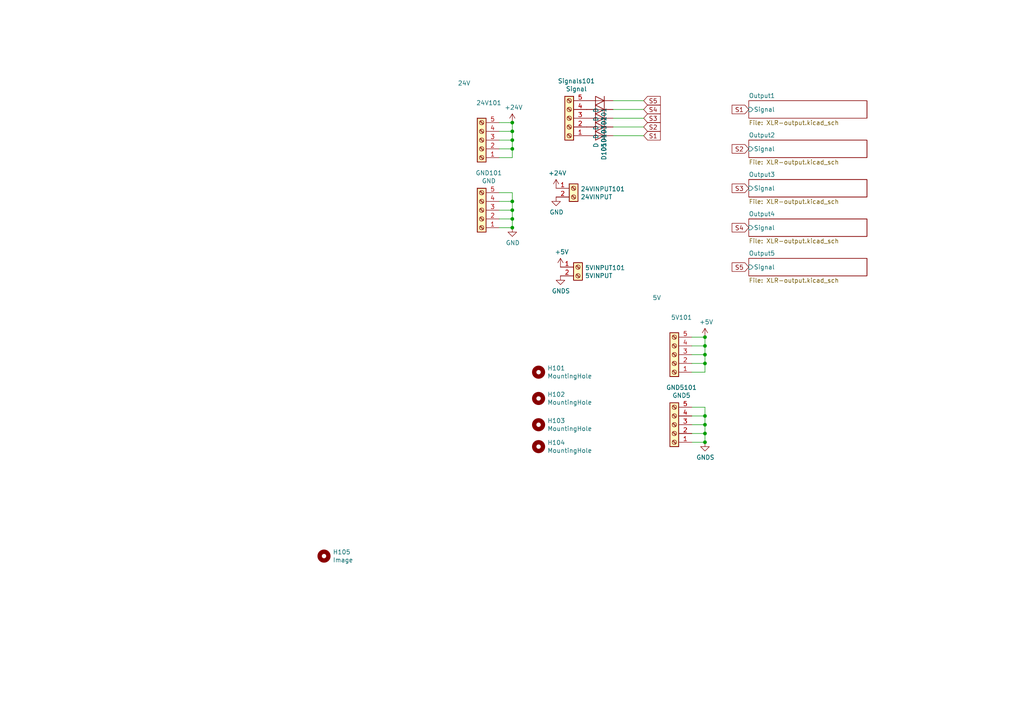
<source format=kicad_sch>
(kicad_sch (version 20210621) (generator eeschema)
  (paper "A4")
  (lib_symbols
    (symbol "Connector:Screw_Terminal_01x02" (pin_names (offset 1.016) hide)
      (property "Reference" "J" (at 0 2.54 0))
      (property "Value" "Screw_Terminal_01x02" (at 0 -5.08 0))
      (symbol "Screw_Terminal_01x02_1_1"
        (rectangle (start -1.27 1.27) (end 1.27 -3.81) (stroke (width 0.254)) (fill (type background)))
        (circle (center 0 -2.54) (radius 0.635) (stroke (width 0.1524)) (stroke (width 0.1524)))
        (polyline (pts (xy -0.5334 -2.2098) (xy 0.3302 -3.048)) (stroke (width 0.1524)))
        (polyline (pts (xy -0.5334 0.3302) (xy 0.3302 -0.508)) (stroke (width 0.1524)))
        (polyline (pts (xy -0.3556 -2.032) (xy 0.508 -2.8702)) (stroke (width 0.1524)))
        (polyline (pts (xy -0.3556 0.508) (xy 0.508 -0.3302)) (stroke (width 0.1524)))
        (circle (center 0 0) (radius 0.635) (stroke (width 0.1524)) (stroke (width 0.1524)))
        (pin passive line (at -5.08 0 0) (length 3.81) (name "Pin_1") (number "1"))
        (pin passive line (at -5.08 -2.54 0) (length 3.81) (name "Pin_2") (number "2"))
      )
    )
    (symbol "Connector:Screw_Terminal_01x05" (pin_names (offset 1.016) hide)
      (property "Reference" "J" (at 0 7.62 0))
      (property "Value" "Screw_Terminal_01x05" (at 0 -7.62 0))
      (symbol "Screw_Terminal_01x05_1_1"
        (rectangle (start -1.27 6.35) (end 1.27 -6.35) (stroke (width 0.254)) (fill (type background)))
        (circle (center 0 -5.08) (radius 0.635) (stroke (width 0.1524)) (stroke (width 0.1524)))
        (circle (center 0 -2.54) (radius 0.635) (stroke (width 0.1524)) (stroke (width 0.1524)))
        (polyline (pts (xy -0.5334 -4.7498) (xy 0.3302 -5.588)) (stroke (width 0.1524)))
        (polyline (pts (xy -0.5334 -2.2098) (xy 0.3302 -3.048)) (stroke (width 0.1524)))
        (polyline (pts (xy -0.5334 0.3302) (xy 0.3302 -0.508)) (stroke (width 0.1524)))
        (polyline (pts (xy -0.5334 2.8702) (xy 0.3302 2.032)) (stroke (width 0.1524)))
        (polyline (pts (xy -0.5334 5.4102) (xy 0.3302 4.572)) (stroke (width 0.1524)))
        (polyline (pts (xy -0.3556 -4.572) (xy 0.508 -5.4102)) (stroke (width 0.1524)))
        (polyline (pts (xy -0.3556 -2.032) (xy 0.508 -2.8702)) (stroke (width 0.1524)))
        (polyline (pts (xy -0.3556 0.508) (xy 0.508 -0.3302)) (stroke (width 0.1524)))
        (polyline (pts (xy -0.3556 3.048) (xy 0.508 2.2098)) (stroke (width 0.1524)))
        (polyline (pts (xy -0.3556 5.588) (xy 0.508 4.7498)) (stroke (width 0.1524)))
        (circle (center 0 0) (radius 0.635) (stroke (width 0.1524)) (stroke (width 0.1524)))
        (circle (center 0 2.54) (radius 0.635) (stroke (width 0.1524)) (stroke (width 0.1524)))
        (circle (center 0 5.08) (radius 0.635) (stroke (width 0.1524)) (stroke (width 0.1524)))
        (pin passive line (at -5.08 5.08 0) (length 3.81) (name "Pin_1") (number "1"))
        (pin passive line (at -5.08 2.54 0) (length 3.81) (name "Pin_2") (number "2"))
        (pin passive line (at -5.08 0 0) (length 3.81) (name "Pin_3") (number "3"))
        (pin passive line (at -5.08 -2.54 0) (length 3.81) (name "Pin_4") (number "4"))
        (pin passive line (at -5.08 -5.08 0) (length 3.81) (name "Pin_5") (number "5"))
      )
    )
    (symbol "Device:D" (pin_numbers hide) (pin_names (offset 1.016) hide)
      (property "Reference" "D" (at 0 2.54 0))
      (property "Value" "D" (at 0 -2.54 0))
      (symbol "D_0_1"
        (polyline (pts (xy -1.27 1.27) (xy -1.27 -1.27)) (stroke (width 0.2032)))
        (polyline (pts (xy 1.27 0) (xy -1.27 0)))
        (polyline (pts (xy 1.27 1.27) (xy 1.27 -1.27) (xy -1.27 0) (xy 1.27 1.27)) (stroke (width 0.2032)))
      )
      (symbol "D_1_1"
        (pin passive line (at -3.81 0 0) (length 2.54) (name "K") (number "1"))
        (pin passive line (at 3.81 0 180) (length 2.54) (name "A") (number "2"))
      )
    )
    (symbol "Mechanical:MountingHole" (pin_names (offset 1.016))
      (property "Reference" "H" (at 0 5.08 0))
      (property "Value" "MountingHole" (at 0 3.175 0))
      (symbol "MountingHole_0_1"
        (circle (center 0 0) (radius 1.27) (stroke (width 1.27)) (stroke (width 1.27)))
      )
    )
    (symbol "power:+24V" (power) (pin_names (offset 0))
      (property "Value" "+24V" (at 0 3.556 0))
      (symbol "+24V_0_1"
        (polyline (pts (xy -0.762 1.27) (xy 0 2.54)))
        (polyline (pts (xy 0 0) (xy 0 2.54)))
        (polyline (pts (xy 0 2.54) (xy 0.762 1.27)))
      )
      (symbol "+24V_1_1"
        (pin power_in line (at 0 0 90) (length 0) hide (name "+24V") (number "1"))
      )
    )
    (symbol "power:+5V" (power) (pin_names (offset 0))
      (property "Value" "+5V" (at 0 3.556 0))
      (symbol "+5V_0_1"
        (polyline (pts (xy -0.762 1.27) (xy 0 2.54)))
        (polyline (pts (xy 0 0) (xy 0 2.54)))
        (polyline (pts (xy 0 2.54) (xy 0.762 1.27)))
      )
      (symbol "+5V_1_1"
        (pin power_in line (at 0 0 90) (length 0) hide (name "+5V") (number "1"))
      )
    )
    (symbol "power:GND" (power) (pin_names (offset 0))
      (property "Value" "GND" (at 0 -3.81 0))
      (symbol "GND_0_1"
        (polyline (pts (xy 0 0) (xy 0 -1.27) (xy 1.27 -1.27) (xy 0 -2.54) (xy -1.27 -1.27) (xy 0 -1.27)))
      )
      (symbol "GND_1_1"
        (pin power_in line (at 0 0 270) (length 0) hide (name "GND") (number "1"))
      )
    )
    (symbol "power:GNDS" (power) (pin_names (offset 0))
      (property "Value" "GNDS" (at 0 -3.81 0))
      (symbol "GNDS_0_1"
        (polyline (pts (xy 0 0) (xy 0 -1.27) (xy 1.27 -1.27) (xy 0 -2.54) (xy -1.27 -1.27) (xy 0 -1.27)))
      )
      (symbol "GNDS_1_1"
        (pin power_in line (at 0 0 270) (length 0) hide (name "GNDS") (number "1"))
      )
    )
  )
  (junction (at 148.59 35.56))
  (junction (at 148.59 38.1))
  (junction (at 148.59 40.64))
  (junction (at 148.59 43.18))
  (junction (at 148.59 58.42))
  (junction (at 148.59 60.96))
  (junction (at 148.59 63.5))
  (junction (at 148.59 66.04))
  (junction (at 204.47 97.79))
  (junction (at 204.47 100.33))
  (junction (at 204.47 102.87))
  (junction (at 204.47 105.41))
  (junction (at 204.47 120.65))
  (junction (at 204.47 123.19))
  (junction (at 204.47 125.73))
  (junction (at 204.47 128.27))
  (wire (pts (xy 144.78 35.56) (xy 148.59 35.56)))
  (wire (pts (xy 144.78 38.1) (xy 148.59 38.1)))
  (wire (pts (xy 144.78 40.64) (xy 148.59 40.64)))
  (wire (pts (xy 144.78 43.18) (xy 148.59 43.18)))
  (wire (pts (xy 144.78 45.72) (xy 148.59 45.72)))
  (wire (pts (xy 144.78 58.42) (xy 148.59 58.42)))
  (wire (pts (xy 144.78 60.96) (xy 148.59 60.96)))
  (wire (pts (xy 144.78 63.5) (xy 148.59 63.5)))
  (wire (pts (xy 144.78 66.04) (xy 148.59 66.04)))
  (wire (pts (xy 148.59 38.1) (xy 148.59 35.56)))
  (wire (pts (xy 148.59 40.64) (xy 148.59 38.1)))
  (wire (pts (xy 148.59 43.18) (xy 148.59 40.64)))
  (wire (pts (xy 148.59 45.72) (xy 148.59 43.18)))
  (wire (pts (xy 148.59 55.88) (xy 144.78 55.88)))
  (wire (pts (xy 148.59 58.42) (xy 148.59 55.88)))
  (wire (pts (xy 148.59 60.96) (xy 148.59 58.42)))
  (wire (pts (xy 148.59 63.5) (xy 148.59 60.96)))
  (wire (pts (xy 148.59 66.04) (xy 148.59 63.5)))
  (wire (pts (xy 177.8 29.21) (xy 186.69 29.21)))
  (wire (pts (xy 177.8 31.75) (xy 186.69 31.75)))
  (wire (pts (xy 177.8 34.29) (xy 186.69 34.29)))
  (wire (pts (xy 177.8 36.83) (xy 186.69 36.83)))
  (wire (pts (xy 177.8 39.37) (xy 186.69 39.37)))
  (wire (pts (xy 200.66 97.79) (xy 204.47 97.79)))
  (wire (pts (xy 200.66 100.33) (xy 204.47 100.33)))
  (wire (pts (xy 200.66 102.87) (xy 204.47 102.87)))
  (wire (pts (xy 200.66 105.41) (xy 204.47 105.41)))
  (wire (pts (xy 200.66 107.95) (xy 204.47 107.95)))
  (wire (pts (xy 200.66 120.65) (xy 204.47 120.65)))
  (wire (pts (xy 200.66 123.19) (xy 204.47 123.19)))
  (wire (pts (xy 200.66 125.73) (xy 204.47 125.73)))
  (wire (pts (xy 200.66 128.27) (xy 204.47 128.27)))
  (wire (pts (xy 204.47 100.33) (xy 204.47 97.79)))
  (wire (pts (xy 204.47 102.87) (xy 204.47 100.33)))
  (wire (pts (xy 204.47 105.41) (xy 204.47 102.87)))
  (wire (pts (xy 204.47 107.95) (xy 204.47 105.41)))
  (wire (pts (xy 204.47 118.11) (xy 200.66 118.11)))
  (wire (pts (xy 204.47 120.65) (xy 204.47 118.11)))
  (wire (pts (xy 204.47 123.19) (xy 204.47 120.65)))
  (wire (pts (xy 204.47 125.73) (xy 204.47 123.19)))
  (wire (pts (xy 204.47 128.27) (xy 204.47 125.73)))
  (global_label "S5" (shape input) (at 186.69 29.21 0) (property "Intersheet References" "${INTERSHEET_REFS}" (effects hide)))
  (global_label "S4" (shape input) (at 186.69 31.75 0) (property "Intersheet References" "${INTERSHEET_REFS}" (effects hide)))
  (global_label "S3" (shape input) (at 186.69 34.29 0) (property "Intersheet References" "${INTERSHEET_REFS}" (effects hide)))
  (global_label "S2" (shape input) (at 186.69 36.83 0) (property "Intersheet References" "${INTERSHEET_REFS}" (effects hide)))
  (global_label "S1" (shape input) (at 186.69 39.37 0) (property "Intersheet References" "${INTERSHEET_REFS}" (effects hide)))
  (global_label "S1" (shape input) (at 217.17 31.75 180) (property "Intersheet References" "${INTERSHEET_REFS}" (effects hide)))
  (global_label "S2" (shape input) (at 217.17 43.18 180) (property "Intersheet References" "${INTERSHEET_REFS}" (effects hide)))
  (global_label "S3" (shape input) (at 217.17 54.61 180) (property "Intersheet References" "${INTERSHEET_REFS}" (effects hide)))
  (global_label "S4" (shape input) (at 217.17 66.04 180) (property "Intersheet References" "${INTERSHEET_REFS}" (effects hide)))
  (global_label "S5" (shape input) (at 217.17 77.47 180) (property "Intersheet References" "${INTERSHEET_REFS}" (effects hide)))
  (symbol (lib_id "power:+24V") (at 148.59 35.56 0)
    (property "Reference" "#PWR0106" (effects hide))
    (property "Value" "+24V" (at 148.971 31.1658 0))
  )
  (symbol (lib_id "power:+24V") (at 161.29 54.61 0)
    (property "Reference" "#PWR0102" (effects hide))
    (property "Value" "+24V" (at 161.671 50.2158 0))
  )
  (symbol (lib_id "power:+5V") (at 162.56 77.47 0)
    (property "Reference" "#PWR0104" (effects hide))
    (property "Value" "+5V" (at 162.941 73.0758 0))
  )
  (symbol (lib_id "power:+5V") (at 204.47 97.79 0)
    (property "Reference" "#PWR0107" (effects hide))
    (property "Value" "+5V" (at 204.851 93.3958 0))
  )
  (symbol (lib_id "power:GND") (at 148.59 66.04 0)
    (property "Reference" "#PWR0105" (effects hide))
    (property "Value" "GND" (at 148.717 70.4342 0))
  )
  (symbol (lib_id "power:GND") (at 161.29 57.15 0)
    (property "Reference" "#PWR0101" (effects hide))
    (property "Value" "GND" (at 161.417 61.5442 0))
  )
  (symbol (lib_id "power:GNDS") (at 162.56 80.01 0)
    (property "Reference" "#PWR0103" (effects hide))
    (property "Value" "GNDS" (at 162.687 84.4042 0))
  )
  (symbol (lib_id "power:GNDS") (at 204.47 128.27 0)
    (property "Reference" "#PWR0108" (effects hide))
    (property "Value" "GNDS" (at 204.597 132.6642 0))
  )
  (symbol (lib_id "Mechanical:MountingHole") (at 93.98 161.29 0) (unit 1)
    (property "Reference" "H105" (at 96.52 160.1216 0) (effects (justify left)))
    (property "Value" "Image" (at 96.52 162.433 0) (effects (justify left)))
    (property "Footprint" "images:globe" (effects hide))
  )
  (symbol (lib_id "Mechanical:MountingHole") (at 156.21 107.95 0) (unit 1)
    (property "Reference" "H101" (at 158.75 106.7816 0) (effects (justify left)))
    (property "Value" "MountingHole" (at 158.75 109.093 0) (effects (justify left)))
    (property "Footprint" "MountingHole:MountingHole_4.3mm_M4_DIN965_Pad" (effects hide))
  )
  (symbol (lib_id "Mechanical:MountingHole") (at 156.21 115.57 0) (unit 1)
    (property "Reference" "H102" (at 158.75 114.4016 0) (effects (justify left)))
    (property "Value" "MountingHole" (at 158.75 116.713 0) (effects (justify left)))
    (property "Footprint" "MountingHole:MountingHole_4.3mm_M4_DIN965_Pad" (effects hide))
  )
  (symbol (lib_id "Mechanical:MountingHole") (at 156.21 123.19 0) (unit 1)
    (property "Reference" "H103" (at 158.75 122.0216 0) (effects (justify left)))
    (property "Value" "MountingHole" (at 158.75 124.333 0) (effects (justify left)))
    (property "Footprint" "MountingHole:MountingHole_4.3mm_M4_DIN965_Pad" (effects hide))
  )
  (symbol (lib_id "Mechanical:MountingHole") (at 156.21 129.54 0) (unit 1)
    (property "Reference" "H104" (at 158.75 128.3716 0) (effects (justify left)))
    (property "Value" "MountingHole" (at 158.75 130.683 0) (effects (justify left)))
    (property "Footprint" "MountingHole:MountingHole_4.3mm_M4_DIN965_Pad" (effects hide))
  )
  (symbol (lib_id "Device:D") (at 173.99 29.21 180) (unit 1)
    (property "Reference" "D101" (at 175.1584 31.2166 90) (effects (justify left)))
    (property "Value" "D" (at 172.847 31.2166 90) (effects (justify left)))
    (property "Footprint" "Diode_THT:D_DO-15_P10.16mm_Horizontal" (effects hide))
    (property "MFGR" "LittelFuse" (effects hide))
    (property "MPN" "SA5.0A" (effects hide))
  )
  (symbol (lib_id "Device:D") (at 173.99 31.75 180) (unit 1)
    (property "Reference" "D102" (at 175.1584 33.7566 90) (effects (justify left)))
    (property "Value" "D" (at 172.847 33.7566 90) (effects (justify left)))
    (property "Footprint" "Diode_THT:D_DO-15_P10.16mm_Horizontal" (effects hide))
    (property "MFGR" "LittelFuse" (effects hide))
    (property "MPN" "SA5.0A" (effects hide))
  )
  (symbol (lib_id "Device:D") (at 173.99 34.29 180) (unit 1)
    (property "Reference" "D103" (at 175.1584 36.2966 90) (effects (justify left)))
    (property "Value" "D" (at 172.847 36.2966 90) (effects (justify left)))
    (property "Footprint" "Diode_THT:D_DO-15_P10.16mm_Horizontal" (effects hide))
    (property "MFGR" "LittelFuse" (effects hide))
    (property "MPN" "SA5.0A" (effects hide))
  )
  (symbol (lib_id "Device:D") (at 173.99 36.83 180) (unit 1)
    (property "Reference" "D104" (at 175.1584 38.8366 90) (effects (justify left)))
    (property "Value" "D" (at 172.847 38.8366 90) (effects (justify left)))
    (property "Footprint" "Diode_THT:D_DO-15_P10.16mm_Horizontal" (effects hide))
    (property "MFGR" "LittelFuse" (effects hide))
    (property "MPN" "SA5.0A" (effects hide))
  )
  (symbol (lib_id "Device:D") (at 173.99 39.37 180) (unit 1)
    (property "Reference" "D105" (at 175.1584 41.3766 90) (effects (justify left)))
    (property "Value" "D" (at 172.847 41.3766 90) (effects (justify left)))
    (property "Footprint" "Diode_THT:D_DO-15_P10.16mm_Horizontal" (effects hide))
    (property "MFGR" "LittelFuse" (effects hide))
    (property "MPN" "SA5.0A" (effects hide))
  )
  (symbol (lib_id "Connector:Screw_Terminal_01x02") (at 166.37 54.61 0) (unit 1)
    (property "Reference" "24VINPUT101" (at 168.402 54.8132 0) (effects (justify left)))
    (property "Value" "24VINPUT" (at 168.402 57.1246 0) (effects (justify left)))
    (property "Footprint" "TerminalBlock_Phoenix:TerminalBlock_Phoenix_MKDS-1,5-2-5.08_1x02_P5.08mm_Horizontal" (effects hide))
    (property "MFGR" "Phoenix" (effects hide))
    (property "MPN" "1729128" (effects hide))
  )
  (symbol (lib_id "Connector:Screw_Terminal_01x02") (at 167.64 77.47 0) (unit 1)
    (property "Reference" "5VINPUT101" (at 169.672 77.6732 0) (effects (justify left)))
    (property "Value" "5VINPUT" (at 169.672 79.9846 0) (effects (justify left)))
    (property "Footprint" "TerminalBlock_Phoenix:TerminalBlock_Phoenix_MKDS-1,5-2-5.08_1x02_P5.08mm_Horizontal" (effects hide))
    (property "MFGR" "Phoenix" (effects hide))
    (property "MPN" "1729128" (effects hide))
  )
  (symbol (lib_id "Connector:Screw_Terminal_01x05") (at 139.7 40.64 180) (unit 1)
    (property "Reference" "24V101" (at 141.7828 29.845 0))
    (property "Value" "24V" (at 134.62 24.13 0))
    (property "Footprint" "Connector_PinSocket_2.54mm:PinSocket_1x05_P2.54mm_Vertical" (effects hide))
  )
  (symbol (lib_id "Connector:Screw_Terminal_01x05") (at 139.7 60.96 180) (unit 1)
    (property "Reference" "GND101" (at 141.7828 50.165 0))
    (property "Value" "GND" (at 141.7828 52.4764 0))
    (property "Footprint" "Connector_PinSocket_2.54mm:PinSocket_1x05_P2.54mm_Vertical" (effects hide))
  )
  (symbol (lib_id "Connector:Screw_Terminal_01x05") (at 165.1 34.29 180) (unit 1)
    (property "Reference" "Signals101" (at 167.1828 23.495 0))
    (property "Value" "Signal" (at 167.1828 25.8064 0))
    (property "Footprint" "TerminalBlock_Phoenix:TerminalBlock_Phoenix_MKDS-1,5-5-5.08_1x05_P5.08mm_Horizontal" (effects hide))
    (property "MFGR" "Phoenix" (effects hide))
    (property "MPN" "1729157" (effects hide))
  )
  (symbol (lib_id "Connector:Screw_Terminal_01x05") (at 195.58 102.87 180) (unit 1)
    (property "Reference" "5V101" (at 197.6628 92.075 0))
    (property "Value" "5V" (at 190.5 86.36 0))
    (property "Footprint" "Connector_PinSocket_2.54mm:PinSocket_1x05_P2.54mm_Vertical" (effects hide))
  )
  (symbol (lib_id "Connector:Screw_Terminal_01x05") (at 195.58 123.19 180) (unit 1)
    (property "Reference" "GND5101" (at 197.6628 112.395 0))
    (property "Value" "GND5" (at 197.6628 114.7064 0))
    (property "Footprint" "Connector_PinSocket_2.54mm:PinSocket_1x05_P2.54mm_Vertical" (effects hide))
  )
  (sheet (at 217.17 29.21) (size 34.29 5.08)
    (property "Sheet name" "Output1" (at 217.17 28.4984 0) (effects (justify left bottom)))
    (property "Sheet file" "XLR-output.kicad_sch" (at 217.17 34.8746 0) (effects (justify left top)))
    (pin "Signal" input (at 217.17 31.75 180))
  )
  (sheet (at 217.17 40.64) (size 34.29 5.08)
    (property "Sheet name" "Output2" (at 217.17 39.9284 0) (effects (justify left bottom)))
    (property "Sheet file" "XLR-output.kicad_sch" (at 217.17 46.3046 0) (effects (justify left top)))
    (pin "Signal" input (at 217.17 43.18 180))
  )
  (sheet (at 217.17 52.07) (size 34.29 5.08)
    (property "Sheet name" "Output3" (at 217.17 51.3584 0) (effects (justify left bottom)))
    (property "Sheet file" "XLR-output.kicad_sch" (at 217.17 57.7346 0) (effects (justify left top)))
    (pin "Signal" input (at 217.17 54.61 180))
  )
  (sheet (at 217.17 63.5) (size 34.29 5.08)
    (property "Sheet name" "Output4" (at 217.17 62.7884 0) (effects (justify left bottom)))
    (property "Sheet file" "XLR-output.kicad_sch" (at 217.17 69.1646 0) (effects (justify left top)))
    (pin "Signal" input (at 217.17 66.04 180))
  )
  (sheet (at 217.17 74.93) (size 34.29 5.08)
    (property "Sheet name" "Output5" (at 217.17 74.2184 0) (effects (justify left bottom)))
    (property "Sheet file" "XLR-output.kicad_sch" (at 217.17 80.5946 0) (effects (justify left top)))
    (pin "Signal" input (at 217.17 77.47 180))
  )
)
</source>
